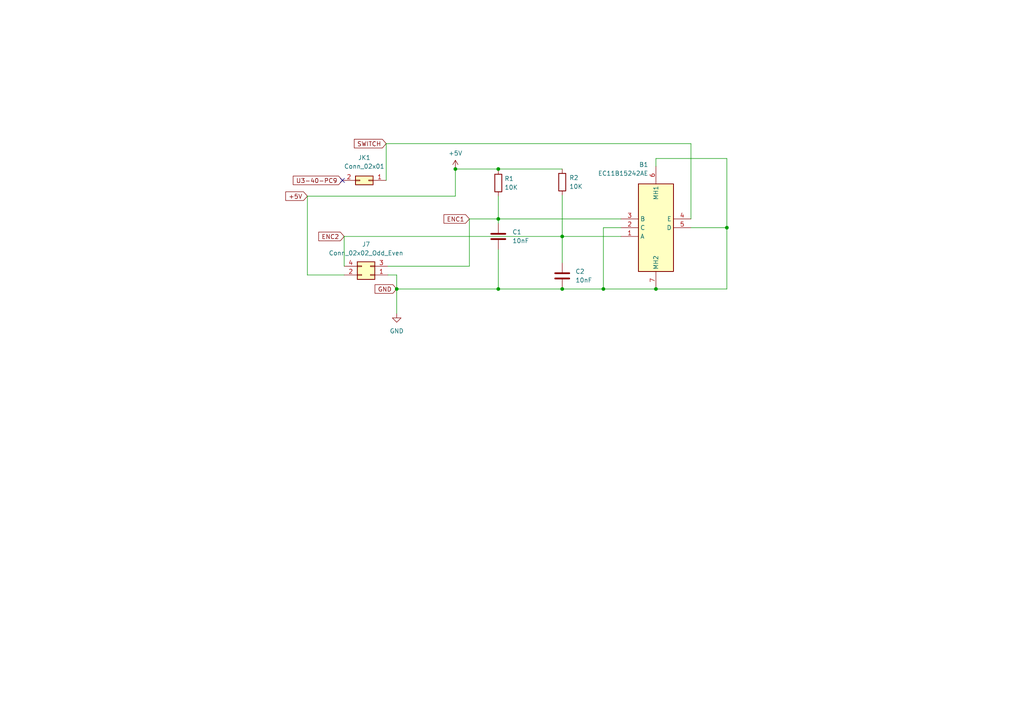
<source format=kicad_sch>
(kicad_sch
	(version 20231120)
	(generator "eeschema")
	(generator_version "8.0")
	(uuid "ca237b0b-d91c-456d-90dd-f0a98ab0a4e2")
	(paper "A4")
	(title_block
		(title "Gotek AT32F435 Rotary Encoder PCB")
		(date "2025-02-19")
		(rev "1.0")
		(company "LiveBoxAndy")
		(comment 1 "Created from pictures and meter readings")
		(comment 2 "Added labels to connector pins and pinout to PCB")
	)
	(lib_symbols
		(symbol "Connector_Generic:Conn_02x01"
			(pin_names
				(offset 1.016) hide)
			(exclude_from_sim no)
			(in_bom yes)
			(on_board yes)
			(property "Reference" "J"
				(at 1.27 2.54 0)
				(effects
					(font
						(size 1.27 1.27)
					)
				)
			)
			(property "Value" "Conn_02x01"
				(at 1.27 -2.54 0)
				(effects
					(font
						(size 1.27 1.27)
					)
				)
			)
			(property "Footprint" ""
				(at 0 0 0)
				(effects
					(font
						(size 1.27 1.27)
					)
					(hide yes)
				)
			)
			(property "Datasheet" "~"
				(at 0 0 0)
				(effects
					(font
						(size 1.27 1.27)
					)
					(hide yes)
				)
			)
			(property "Description" "Generic connector, double row, 02x01, this symbol is compatible with counter-clockwise, top-bottom and odd-even numbering schemes., script generated (kicad-library-utils/schlib/autogen/connector/)"
				(at 0 0 0)
				(effects
					(font
						(size 1.27 1.27)
					)
					(hide yes)
				)
			)
			(property "ki_keywords" "connector"
				(at 0 0 0)
				(effects
					(font
						(size 1.27 1.27)
					)
					(hide yes)
				)
			)
			(property "ki_fp_filters" "Connector*:*_2x??_*"
				(at 0 0 0)
				(effects
					(font
						(size 1.27 1.27)
					)
					(hide yes)
				)
			)
			(symbol "Conn_02x01_1_1"
				(rectangle
					(start -1.27 0.127)
					(end 0 -0.127)
					(stroke
						(width 0.1524)
						(type default)
					)
					(fill
						(type none)
					)
				)
				(rectangle
					(start -1.27 1.27)
					(end 3.81 -1.27)
					(stroke
						(width 0.254)
						(type default)
					)
					(fill
						(type background)
					)
				)
				(rectangle
					(start 3.81 0.127)
					(end 2.54 -0.127)
					(stroke
						(width 0.1524)
						(type default)
					)
					(fill
						(type none)
					)
				)
				(pin passive line
					(at -5.08 0 0)
					(length 3.81)
					(name "Pin_1"
						(effects
							(font
								(size 1.27 1.27)
							)
						)
					)
					(number "1"
						(effects
							(font
								(size 1.27 1.27)
							)
						)
					)
				)
				(pin passive line
					(at 7.62 0 180)
					(length 3.81)
					(name "Pin_2"
						(effects
							(font
								(size 1.27 1.27)
							)
						)
					)
					(number "2"
						(effects
							(font
								(size 1.27 1.27)
							)
						)
					)
				)
			)
		)
		(symbol "Connector_Generic:Conn_02x02_Odd_Even"
			(pin_names
				(offset 1.016) hide)
			(exclude_from_sim no)
			(in_bom yes)
			(on_board yes)
			(property "Reference" "J"
				(at 1.27 2.54 0)
				(effects
					(font
						(size 1.27 1.27)
					)
				)
			)
			(property "Value" "Conn_02x02_Odd_Even"
				(at 1.27 -5.08 0)
				(effects
					(font
						(size 1.27 1.27)
					)
				)
			)
			(property "Footprint" ""
				(at 0 0 0)
				(effects
					(font
						(size 1.27 1.27)
					)
					(hide yes)
				)
			)
			(property "Datasheet" "~"
				(at 0 0 0)
				(effects
					(font
						(size 1.27 1.27)
					)
					(hide yes)
				)
			)
			(property "Description" "Generic connector, double row, 02x02, odd/even pin numbering scheme (row 1 odd numbers, row 2 even numbers), script generated (kicad-library-utils/schlib/autogen/connector/)"
				(at 0 0 0)
				(effects
					(font
						(size 1.27 1.27)
					)
					(hide yes)
				)
			)
			(property "ki_keywords" "connector"
				(at 0 0 0)
				(effects
					(font
						(size 1.27 1.27)
					)
					(hide yes)
				)
			)
			(property "ki_fp_filters" "Connector*:*_2x??_*"
				(at 0 0 0)
				(effects
					(font
						(size 1.27 1.27)
					)
					(hide yes)
				)
			)
			(symbol "Conn_02x02_Odd_Even_1_1"
				(rectangle
					(start -1.27 -2.413)
					(end 0 -2.667)
					(stroke
						(width 0.1524)
						(type default)
					)
					(fill
						(type none)
					)
				)
				(rectangle
					(start -1.27 0.127)
					(end 0 -0.127)
					(stroke
						(width 0.1524)
						(type default)
					)
					(fill
						(type none)
					)
				)
				(rectangle
					(start -1.27 1.27)
					(end 3.81 -3.81)
					(stroke
						(width 0.254)
						(type default)
					)
					(fill
						(type background)
					)
				)
				(rectangle
					(start 3.81 -2.413)
					(end 2.54 -2.667)
					(stroke
						(width 0.1524)
						(type default)
					)
					(fill
						(type none)
					)
				)
				(rectangle
					(start 3.81 0.127)
					(end 2.54 -0.127)
					(stroke
						(width 0.1524)
						(type default)
					)
					(fill
						(type none)
					)
				)
				(pin passive line
					(at -5.08 0 0)
					(length 3.81)
					(name "Pin_1"
						(effects
							(font
								(size 1.27 1.27)
							)
						)
					)
					(number "1"
						(effects
							(font
								(size 1.27 1.27)
							)
						)
					)
				)
				(pin passive line
					(at 7.62 0 180)
					(length 3.81)
					(name "Pin_2"
						(effects
							(font
								(size 1.27 1.27)
							)
						)
					)
					(number "2"
						(effects
							(font
								(size 1.27 1.27)
							)
						)
					)
				)
				(pin passive line
					(at -5.08 -2.54 0)
					(length 3.81)
					(name "Pin_3"
						(effects
							(font
								(size 1.27 1.27)
							)
						)
					)
					(number "3"
						(effects
							(font
								(size 1.27 1.27)
							)
						)
					)
				)
				(pin passive line
					(at 7.62 -2.54 180)
					(length 3.81)
					(name "Pin_4"
						(effects
							(font
								(size 1.27 1.27)
							)
						)
					)
					(number "4"
						(effects
							(font
								(size 1.27 1.27)
							)
						)
					)
				)
			)
		)
		(symbol "Device:C"
			(pin_numbers hide)
			(pin_names
				(offset 0.254)
			)
			(exclude_from_sim no)
			(in_bom yes)
			(on_board yes)
			(property "Reference" "C"
				(at 0.635 2.54 0)
				(effects
					(font
						(size 1.27 1.27)
					)
					(justify left)
				)
			)
			(property "Value" "C"
				(at 0.635 -2.54 0)
				(effects
					(font
						(size 1.27 1.27)
					)
					(justify left)
				)
			)
			(property "Footprint" ""
				(at 0.9652 -3.81 0)
				(effects
					(font
						(size 1.27 1.27)
					)
					(hide yes)
				)
			)
			(property "Datasheet" "~"
				(at 0 0 0)
				(effects
					(font
						(size 1.27 1.27)
					)
					(hide yes)
				)
			)
			(property "Description" "Unpolarized capacitor"
				(at 0 0 0)
				(effects
					(font
						(size 1.27 1.27)
					)
					(hide yes)
				)
			)
			(property "ki_keywords" "cap capacitor"
				(at 0 0 0)
				(effects
					(font
						(size 1.27 1.27)
					)
					(hide yes)
				)
			)
			(property "ki_fp_filters" "C_*"
				(at 0 0 0)
				(effects
					(font
						(size 1.27 1.27)
					)
					(hide yes)
				)
			)
			(symbol "C_0_1"
				(polyline
					(pts
						(xy -2.032 -0.762) (xy 2.032 -0.762)
					)
					(stroke
						(width 0.508)
						(type default)
					)
					(fill
						(type none)
					)
				)
				(polyline
					(pts
						(xy -2.032 0.762) (xy 2.032 0.762)
					)
					(stroke
						(width 0.508)
						(type default)
					)
					(fill
						(type none)
					)
				)
			)
			(symbol "C_1_1"
				(pin passive line
					(at 0 3.81 270)
					(length 2.794)
					(name "~"
						(effects
							(font
								(size 1.27 1.27)
							)
						)
					)
					(number "1"
						(effects
							(font
								(size 1.27 1.27)
							)
						)
					)
				)
				(pin passive line
					(at 0 -3.81 90)
					(length 2.794)
					(name "~"
						(effects
							(font
								(size 1.27 1.27)
							)
						)
					)
					(number "2"
						(effects
							(font
								(size 1.27 1.27)
							)
						)
					)
				)
			)
		)
		(symbol "Device:R"
			(pin_numbers hide)
			(pin_names
				(offset 0)
			)
			(exclude_from_sim no)
			(in_bom yes)
			(on_board yes)
			(property "Reference" "R"
				(at 2.032 0 90)
				(effects
					(font
						(size 1.27 1.27)
					)
				)
			)
			(property "Value" "R"
				(at 0 0 90)
				(effects
					(font
						(size 1.27 1.27)
					)
				)
			)
			(property "Footprint" ""
				(at -1.778 0 90)
				(effects
					(font
						(size 1.27 1.27)
					)
					(hide yes)
				)
			)
			(property "Datasheet" "~"
				(at 0 0 0)
				(effects
					(font
						(size 1.27 1.27)
					)
					(hide yes)
				)
			)
			(property "Description" "Resistor"
				(at 0 0 0)
				(effects
					(font
						(size 1.27 1.27)
					)
					(hide yes)
				)
			)
			(property "ki_keywords" "R res resistor"
				(at 0 0 0)
				(effects
					(font
						(size 1.27 1.27)
					)
					(hide yes)
				)
			)
			(property "ki_fp_filters" "R_*"
				(at 0 0 0)
				(effects
					(font
						(size 1.27 1.27)
					)
					(hide yes)
				)
			)
			(symbol "R_0_1"
				(rectangle
					(start -1.016 -2.54)
					(end 1.016 2.54)
					(stroke
						(width 0.254)
						(type default)
					)
					(fill
						(type none)
					)
				)
			)
			(symbol "R_1_1"
				(pin passive line
					(at 0 3.81 270)
					(length 1.27)
					(name "~"
						(effects
							(font
								(size 1.27 1.27)
							)
						)
					)
					(number "1"
						(effects
							(font
								(size 1.27 1.27)
							)
						)
					)
				)
				(pin passive line
					(at 0 -3.81 90)
					(length 1.27)
					(name "~"
						(effects
							(font
								(size 1.27 1.27)
							)
						)
					)
					(number "2"
						(effects
							(font
								(size 1.27 1.27)
							)
						)
					)
				)
			)
		)
		(symbol "EC11B15242AE:EC11B15242AE"
			(exclude_from_sim no)
			(in_bom yes)
			(on_board yes)
			(property "Reference" "S"
				(at 16.51 15.24 0)
				(effects
					(font
						(size 1.27 1.27)
					)
					(justify left top)
				)
			)
			(property "Value" "EC11B15242AE"
				(at 16.51 12.7 0)
				(effects
					(font
						(size 1.27 1.27)
					)
					(justify left top)
				)
			)
			(property "Footprint" "EC11B15242AE"
				(at 16.51 -87.3 0)
				(effects
					(font
						(size 1.27 1.27)
					)
					(justify left top)
					(hide yes)
				)
			)
			(property "Datasheet" "https://www.farnell.com/datasheets/1837001.pdf?_gl=1*s3rpj4*_gcl_au*MTYzNzgwMTEwMS4xNzMwMTE1NDYx"
				(at 16.51 -187.3 0)
				(effects
					(font
						(size 1.27 1.27)
					)
					(justify left top)
					(hide yes)
				)
			)
			(property "Description" "20mm Horizontal encoder 15 Pulses 30 DET"
				(at 0 0 0)
				(effects
					(font
						(size 1.27 1.27)
					)
					(hide yes)
				)
			)
			(property "Height" "13"
				(at 16.51 -387.3 0)
				(effects
					(font
						(size 1.27 1.27)
					)
					(justify left top)
					(hide yes)
				)
			)
			(property "Manufacturer_Name" "ALPS Electric"
				(at 16.51 -487.3 0)
				(effects
					(font
						(size 1.27 1.27)
					)
					(justify left top)
					(hide yes)
				)
			)
			(property "Manufacturer_Part_Number" "EC11B15242AE"
				(at 16.51 -587.3 0)
				(effects
					(font
						(size 1.27 1.27)
					)
					(justify left top)
					(hide yes)
				)
			)
			(property "Mouser Part Number" "688-EC11B15242AE"
				(at 16.51 -687.3 0)
				(effects
					(font
						(size 1.27 1.27)
					)
					(justify left top)
					(hide yes)
				)
			)
			(property "Mouser Price/Stock" "http://www.mouser.com/Search/ProductDetail.aspx?qs=PoKhxlfUXjIm2pRMScFQOQ%3d%3d"
				(at 16.51 -787.3 0)
				(effects
					(font
						(size 1.27 1.27)
					)
					(justify left top)
					(hide yes)
				)
			)
			(property "Arrow Part Number" ""
				(at 16.51 -887.3 0)
				(effects
					(font
						(size 1.27 1.27)
					)
					(justify left top)
					(hide yes)
				)
			)
			(property "Arrow Price/Stock" ""
				(at 16.51 -987.3 0)
				(effects
					(font
						(size 1.27 1.27)
					)
					(justify left top)
					(hide yes)
				)
			)
			(symbol "EC11B15242AE_1_1"
				(rectangle
					(start 5.08 10.16)
					(end 15.24 -15.24)
					(stroke
						(width 0.254)
						(type default)
					)
					(fill
						(type background)
					)
				)
				(pin passive line
					(at 20.32 -5.08 180)
					(length 5.08)
					(name "A"
						(effects
							(font
								(size 1.27 1.27)
							)
						)
					)
					(number "1"
						(effects
							(font
								(size 1.27 1.27)
							)
						)
					)
				)
				(pin passive line
					(at 20.32 -2.54 180)
					(length 5.08)
					(name "C"
						(effects
							(font
								(size 1.27 1.27)
							)
						)
					)
					(number "2"
						(effects
							(font
								(size 1.27 1.27)
							)
						)
					)
				)
				(pin passive line
					(at 20.32 0 180)
					(length 5.08)
					(name "B"
						(effects
							(font
								(size 1.27 1.27)
							)
						)
					)
					(number "3"
						(effects
							(font
								(size 1.27 1.27)
							)
						)
					)
				)
				(pin passive line
					(at 0 0 0)
					(length 5.08)
					(name "E"
						(effects
							(font
								(size 1.27 1.27)
							)
						)
					)
					(number "4"
						(effects
							(font
								(size 1.27 1.27)
							)
						)
					)
				)
				(pin passive line
					(at 0 -2.54 0)
					(length 5.08)
					(name "D"
						(effects
							(font
								(size 1.27 1.27)
							)
						)
					)
					(number "5"
						(effects
							(font
								(size 1.27 1.27)
							)
						)
					)
				)
				(pin passive line
					(at 10.16 15.24 270)
					(length 5.08)
					(name "MH1"
						(effects
							(font
								(size 1.27 1.27)
							)
						)
					)
					(number "6"
						(effects
							(font
								(size 1.27 1.27)
							)
						)
					)
				)
				(pin passive line
					(at 10.16 -20.32 90)
					(length 5.08)
					(name "MH2"
						(effects
							(font
								(size 1.27 1.27)
							)
						)
					)
					(number "7"
						(effects
							(font
								(size 1.27 1.27)
							)
						)
					)
				)
			)
		)
		(symbol "power:+5V"
			(power)
			(pin_numbers hide)
			(pin_names
				(offset 0) hide)
			(exclude_from_sim no)
			(in_bom yes)
			(on_board yes)
			(property "Reference" "#PWR"
				(at 0 -3.81 0)
				(effects
					(font
						(size 1.27 1.27)
					)
					(hide yes)
				)
			)
			(property "Value" "+5V"
				(at 0 3.556 0)
				(effects
					(font
						(size 1.27 1.27)
					)
				)
			)
			(property "Footprint" ""
				(at 0 0 0)
				(effects
					(font
						(size 1.27 1.27)
					)
					(hide yes)
				)
			)
			(property "Datasheet" ""
				(at 0 0 0)
				(effects
					(font
						(size 1.27 1.27)
					)
					(hide yes)
				)
			)
			(property "Description" "Power symbol creates a global label with name \"+5V\""
				(at 0 0 0)
				(effects
					(font
						(size 1.27 1.27)
					)
					(hide yes)
				)
			)
			(property "ki_keywords" "global power"
				(at 0 0 0)
				(effects
					(font
						(size 1.27 1.27)
					)
					(hide yes)
				)
			)
			(symbol "+5V_0_1"
				(polyline
					(pts
						(xy -0.762 1.27) (xy 0 2.54)
					)
					(stroke
						(width 0)
						(type default)
					)
					(fill
						(type none)
					)
				)
				(polyline
					(pts
						(xy 0 0) (xy 0 2.54)
					)
					(stroke
						(width 0)
						(type default)
					)
					(fill
						(type none)
					)
				)
				(polyline
					(pts
						(xy 0 2.54) (xy 0.762 1.27)
					)
					(stroke
						(width 0)
						(type default)
					)
					(fill
						(type none)
					)
				)
			)
			(symbol "+5V_1_1"
				(pin power_in line
					(at 0 0 90)
					(length 0)
					(name "~"
						(effects
							(font
								(size 1.27 1.27)
							)
						)
					)
					(number "1"
						(effects
							(font
								(size 1.27 1.27)
							)
						)
					)
				)
			)
		)
		(symbol "power:GND"
			(power)
			(pin_numbers hide)
			(pin_names
				(offset 0) hide)
			(exclude_from_sim no)
			(in_bom yes)
			(on_board yes)
			(property "Reference" "#PWR"
				(at 0 -6.35 0)
				(effects
					(font
						(size 1.27 1.27)
					)
					(hide yes)
				)
			)
			(property "Value" "GND"
				(at 0 -3.81 0)
				(effects
					(font
						(size 1.27 1.27)
					)
				)
			)
			(property "Footprint" ""
				(at 0 0 0)
				(effects
					(font
						(size 1.27 1.27)
					)
					(hide yes)
				)
			)
			(property "Datasheet" ""
				(at 0 0 0)
				(effects
					(font
						(size 1.27 1.27)
					)
					(hide yes)
				)
			)
			(property "Description" "Power symbol creates a global label with name \"GND\" , ground"
				(at 0 0 0)
				(effects
					(font
						(size 1.27 1.27)
					)
					(hide yes)
				)
			)
			(property "ki_keywords" "global power"
				(at 0 0 0)
				(effects
					(font
						(size 1.27 1.27)
					)
					(hide yes)
				)
			)
			(symbol "GND_0_1"
				(polyline
					(pts
						(xy 0 0) (xy 0 -1.27) (xy 1.27 -1.27) (xy 0 -2.54) (xy -1.27 -1.27) (xy 0 -1.27)
					)
					(stroke
						(width 0)
						(type default)
					)
					(fill
						(type none)
					)
				)
			)
			(symbol "GND_1_1"
				(pin power_in line
					(at 0 0 270)
					(length 0)
					(name "~"
						(effects
							(font
								(size 1.27 1.27)
							)
						)
					)
					(number "1"
						(effects
							(font
								(size 1.27 1.27)
							)
						)
					)
				)
			)
		)
	)
	(junction
		(at 144.526 83.82)
		(diameter 0)
		(color 0 0 0 0)
		(uuid "135fcc27-9281-4267-b35e-fe88c9d7b3e7")
	)
	(junction
		(at 210.82 66.04)
		(diameter 0)
		(color 0 0 0 0)
		(uuid "1786ed10-8e15-40ab-849f-89da0d48c773")
	)
	(junction
		(at 132.08 49.022)
		(diameter 0)
		(color 0 0 0 0)
		(uuid "1c4700cc-979e-4611-8de7-69c14d6635e1")
	)
	(junction
		(at 115.062 83.82)
		(diameter 0)
		(color 0 0 0 0)
		(uuid "3663abba-8755-463a-859e-1a9f5627fdb1")
	)
	(junction
		(at 163.068 68.58)
		(diameter 0)
		(color 0 0 0 0)
		(uuid "6cd8df54-f190-4dd8-9fb8-9f1e65c0162d")
	)
	(junction
		(at 144.526 49.022)
		(diameter 0)
		(color 0 0 0 0)
		(uuid "9baf1701-d75f-408c-8df7-68ea0694d637")
	)
	(junction
		(at 190.246 83.82)
		(diameter 0)
		(color 0 0 0 0)
		(uuid "bc316adc-cab5-45eb-9359-7820360219cf")
	)
	(junction
		(at 144.526 63.5)
		(diameter 0)
		(color 0 0 0 0)
		(uuid "bfd6e1fa-67ff-42ee-b150-10eb3194ffe2")
	)
	(junction
		(at 163.068 83.82)
		(diameter 0)
		(color 0 0 0 0)
		(uuid "cf0b6688-3f79-40a4-b462-b77c38080577")
	)
	(junction
		(at 175.006 83.82)
		(diameter 0)
		(color 0 0 0 0)
		(uuid "daa4578f-5f27-437b-a91f-483735498312")
	)
	(no_connect
		(at 99.314 52.324)
		(uuid "42fba4d6-8f51-4fb3-9fdc-c7ceedabff79")
	)
	(wire
		(pts
			(xy 99.822 68.58) (xy 163.068 68.58)
		)
		(stroke
			(width 0)
			(type default)
		)
		(uuid "075c697d-e7d7-4c2e-af63-8f99355261dd")
	)
	(wire
		(pts
			(xy 163.068 56.642) (xy 163.068 68.58)
		)
		(stroke
			(width 0)
			(type default)
		)
		(uuid "182a1d98-cbf9-4d86-92bd-e024c9c922cd")
	)
	(wire
		(pts
			(xy 180.086 66.04) (xy 175.006 66.04)
		)
		(stroke
			(width 0)
			(type default)
		)
		(uuid "1d3c0bc2-05c4-4c3d-a3b3-76d88822517a")
	)
	(wire
		(pts
			(xy 115.062 83.82) (xy 144.526 83.82)
		)
		(stroke
			(width 0)
			(type default)
		)
		(uuid "23b95098-cbcb-4a95-98c9-0b4a7c14c64f")
	)
	(wire
		(pts
			(xy 144.526 83.82) (xy 163.068 83.82)
		)
		(stroke
			(width 0)
			(type default)
		)
		(uuid "2a9d4f83-7bb6-4280-be36-8dc344be027f")
	)
	(wire
		(pts
			(xy 99.822 77.216) (xy 99.822 68.58)
		)
		(stroke
			(width 0)
			(type default)
		)
		(uuid "2df2db45-a308-4075-846f-1778d085eba3")
	)
	(wire
		(pts
			(xy 132.08 49.022) (xy 144.526 49.022)
		)
		(stroke
			(width 0)
			(type default)
		)
		(uuid "3609be4d-c9b3-4c2f-aff8-00a399bf034c")
	)
	(wire
		(pts
			(xy 200.406 41.656) (xy 112.014 41.656)
		)
		(stroke
			(width 0)
			(type default)
		)
		(uuid "3a8d7ab0-4c9d-4bb0-b407-6823df0ce857")
	)
	(wire
		(pts
			(xy 163.068 68.58) (xy 163.068 76.2)
		)
		(stroke
			(width 0)
			(type default)
		)
		(uuid "43086e63-5550-4559-a754-58928c29aa7a")
	)
	(wire
		(pts
			(xy 190.246 83.82) (xy 210.82 83.82)
		)
		(stroke
			(width 0)
			(type default)
		)
		(uuid "43c75f6f-3b01-4b27-95c4-0b19bb55dfcc")
	)
	(wire
		(pts
			(xy 136.144 77.216) (xy 136.144 63.5)
		)
		(stroke
			(width 0)
			(type default)
		)
		(uuid "49e619e0-a4ac-49b1-a10e-a6cb3a251c59")
	)
	(wire
		(pts
			(xy 175.006 83.82) (xy 190.246 83.82)
		)
		(stroke
			(width 0)
			(type default)
		)
		(uuid "507bc5df-8b24-452d-88a6-c54b0f42936d")
	)
	(wire
		(pts
			(xy 89.154 56.896) (xy 132.08 56.896)
		)
		(stroke
			(width 0)
			(type default)
		)
		(uuid "54566b6a-2862-4c4c-a0e9-97bf9bb30885")
	)
	(wire
		(pts
			(xy 89.154 79.756) (xy 89.154 56.896)
		)
		(stroke
			(width 0)
			(type default)
		)
		(uuid "5be5a63d-8358-496f-90d5-f6c6a51d9648")
	)
	(wire
		(pts
			(xy 112.522 77.216) (xy 136.144 77.216)
		)
		(stroke
			(width 0)
			(type default)
		)
		(uuid "5f9af248-6677-4ca4-b06c-6ec6be053cf4")
	)
	(wire
		(pts
			(xy 200.406 66.04) (xy 210.82 66.04)
		)
		(stroke
			(width 0)
			(type default)
		)
		(uuid "68781855-68d8-474b-95be-c0f61a2193a7")
	)
	(wire
		(pts
			(xy 200.406 63.5) (xy 200.406 41.656)
		)
		(stroke
			(width 0)
			(type default)
		)
		(uuid "699d3794-2551-4755-b5ba-0125add34e6d")
	)
	(wire
		(pts
			(xy 190.246 45.974) (xy 210.82 45.974)
		)
		(stroke
			(width 0)
			(type default)
		)
		(uuid "73b18193-4daa-4275-9b9a-859c07973ef7")
	)
	(wire
		(pts
			(xy 99.822 79.756) (xy 89.154 79.756)
		)
		(stroke
			(width 0)
			(type default)
		)
		(uuid "75fdc8c3-edd8-483f-b063-79f6b0aa3f89")
	)
	(wire
		(pts
			(xy 112.014 41.656) (xy 112.014 52.324)
		)
		(stroke
			(width 0)
			(type default)
		)
		(uuid "7d6f2742-d615-4c30-95da-f412f686b40f")
	)
	(wire
		(pts
			(xy 175.006 66.04) (xy 175.006 83.82)
		)
		(stroke
			(width 0)
			(type default)
		)
		(uuid "881f9e8a-ca41-4396-a0e6-0568d997082e")
	)
	(wire
		(pts
			(xy 163.068 83.82) (xy 175.006 83.82)
		)
		(stroke
			(width 0)
			(type default)
		)
		(uuid "8c458241-f6e7-4812-90f8-bc5f80e48328")
	)
	(wire
		(pts
			(xy 180.086 68.58) (xy 163.068 68.58)
		)
		(stroke
			(width 0)
			(type default)
		)
		(uuid "976b8262-5496-4a48-9019-6cb31cf07d31")
	)
	(wire
		(pts
			(xy 144.526 49.022) (xy 144.526 49.276)
		)
		(stroke
			(width 0)
			(type default)
		)
		(uuid "992d3bc2-eb2e-40bd-b9a4-4550651b567d")
	)
	(wire
		(pts
			(xy 210.82 66.04) (xy 210.82 83.82)
		)
		(stroke
			(width 0)
			(type default)
		)
		(uuid "ba0b1e57-5487-4019-8711-f07810a6083a")
	)
	(wire
		(pts
			(xy 144.526 63.5) (xy 180.086 63.5)
		)
		(stroke
			(width 0)
			(type default)
		)
		(uuid "c29a9dce-366b-41c6-a552-abb6761853b7")
	)
	(wire
		(pts
			(xy 163.068 49.022) (xy 144.526 49.022)
		)
		(stroke
			(width 0)
			(type default)
		)
		(uuid "ca3fb1de-f1ba-4915-ac68-6de9d9ca85c4")
	)
	(wire
		(pts
			(xy 144.526 63.5) (xy 144.526 64.77)
		)
		(stroke
			(width 0)
			(type default)
		)
		(uuid "cfe983ff-ea1b-4193-ac5d-b5a7ea268658")
	)
	(wire
		(pts
			(xy 136.144 63.5) (xy 144.526 63.5)
		)
		(stroke
			(width 0)
			(type default)
		)
		(uuid "d9fb4427-ff29-49c2-8547-e7953fe80e30")
	)
	(wire
		(pts
			(xy 112.522 79.756) (xy 115.062 79.756)
		)
		(stroke
			(width 0)
			(type default)
		)
		(uuid "e2f9457c-f157-4230-b2f1-b89513aa2041")
	)
	(wire
		(pts
			(xy 210.82 45.974) (xy 210.82 66.04)
		)
		(stroke
			(width 0)
			(type default)
		)
		(uuid "e3320ff9-1d6b-4532-aa22-676e7bc44ae5")
	)
	(wire
		(pts
			(xy 132.08 56.896) (xy 132.08 49.022)
		)
		(stroke
			(width 0)
			(type default)
		)
		(uuid "ea9d0ce2-db84-446d-a313-36f0d05aed6e")
	)
	(wire
		(pts
			(xy 190.246 48.26) (xy 190.246 45.974)
		)
		(stroke
			(width 0)
			(type default)
		)
		(uuid "eda277cf-254b-4117-984d-cda0b01ac359")
	)
	(wire
		(pts
			(xy 115.062 90.932) (xy 115.062 83.82)
		)
		(stroke
			(width 0)
			(type default)
		)
		(uuid "f1199ad0-7795-45c6-98d0-174a53abbdd6")
	)
	(wire
		(pts
			(xy 144.526 72.39) (xy 144.526 83.82)
		)
		(stroke
			(width 0)
			(type default)
		)
		(uuid "f936faa8-2e68-46a2-90ba-34b98924da8d")
	)
	(wire
		(pts
			(xy 144.526 56.896) (xy 144.526 63.5)
		)
		(stroke
			(width 0)
			(type default)
		)
		(uuid "fe4fdd2e-593a-43d0-bc15-4cd3ca8962a5")
	)
	(wire
		(pts
			(xy 115.062 79.756) (xy 115.062 83.82)
		)
		(stroke
			(width 0)
			(type default)
		)
		(uuid "fe8041f6-f099-45f9-aec6-2455614234a4")
	)
	(global_label "SWITCH"
		(shape input)
		(at 112.014 41.656 180)
		(fields_autoplaced yes)
		(effects
			(font
				(size 1.27 1.27)
			)
			(justify right)
		)
		(uuid "2c1cb8d8-401c-4f3e-8787-5210bfd56d35")
		(property "Intersheetrefs" "${INTERSHEET_REFS}"
			(at 102.195 41.656 0)
			(effects
				(font
					(size 1.27 1.27)
				)
				(justify right)
				(hide yes)
			)
		)
	)
	(global_label "U3-40-PC9"
		(shape input)
		(at 99.314 52.324 180)
		(fields_autoplaced yes)
		(effects
			(font
				(size 1.27 1.27)
			)
			(justify right)
		)
		(uuid "736046bb-3f66-4662-a32c-a0e7c1fb822b")
		(property "Intersheetrefs" "${INTERSHEET_REFS}"
			(at 84.4755 52.324 0)
			(effects
				(font
					(size 1.27 1.27)
				)
				(justify right)
				(hide yes)
			)
		)
	)
	(global_label "+5V"
		(shape input)
		(at 89.154 56.896 180)
		(fields_autoplaced yes)
		(effects
			(font
				(size 1.27 1.27)
			)
			(justify right)
		)
		(uuid "81906bde-3431-4d81-b1d9-1a8fc6382907")
		(property "Intersheetrefs" "${INTERSHEET_REFS}"
			(at 82.2983 56.896 0)
			(effects
				(font
					(size 1.27 1.27)
				)
				(justify right)
				(hide yes)
			)
		)
	)
	(global_label "ENC2"
		(shape input)
		(at 99.822 68.58 180)
		(fields_autoplaced yes)
		(effects
			(font
				(size 1.27 1.27)
			)
			(justify right)
		)
		(uuid "8b7de93f-c6c2-49a8-a4d8-2acad04e8b38")
		(property "Intersheetrefs" "${INTERSHEET_REFS}"
			(at 91.8778 68.58 0)
			(effects
				(font
					(size 1.27 1.27)
				)
				(justify right)
				(hide yes)
			)
		)
	)
	(global_label "ENC1"
		(shape input)
		(at 136.144 63.5 180)
		(fields_autoplaced yes)
		(effects
			(font
				(size 1.27 1.27)
			)
			(justify right)
		)
		(uuid "9e11be70-42a4-4285-9141-53ecb14300e3")
		(property "Intersheetrefs" "${INTERSHEET_REFS}"
			(at 128.1998 63.5 0)
			(effects
				(font
					(size 1.27 1.27)
				)
				(justify right)
				(hide yes)
			)
		)
	)
	(global_label "GND"
		(shape input)
		(at 115.062 83.82 180)
		(fields_autoplaced yes)
		(effects
			(font
				(size 1.27 1.27)
			)
			(justify right)
		)
		(uuid "d17329e5-0328-48a8-ab1b-3a037f53b178")
		(property "Intersheetrefs" "${INTERSHEET_REFS}"
			(at 108.2063 83.82 0)
			(effects
				(font
					(size 1.27 1.27)
				)
				(justify right)
				(hide yes)
			)
		)
	)
	(symbol
		(lib_id "Connector_Generic:Conn_02x01")
		(at 106.934 52.324 180)
		(unit 1)
		(exclude_from_sim no)
		(in_bom yes)
		(on_board yes)
		(dnp no)
		(fields_autoplaced yes)
		(uuid "176cf94d-b456-4dd8-93b9-9a345b00948b")
		(property "Reference" "JK1"
			(at 105.664 45.72 0)
			(effects
				(font
					(size 1.27 1.27)
				)
			)
		)
		(property "Value" "Conn_02x01"
			(at 105.664 48.26 0)
			(effects
				(font
					(size 1.27 1.27)
				)
			)
		)
		(property "Footprint" "Connector_PinHeader_2.54mm:PinHeader_2x01_P2.54mm_Horizontal"
			(at 106.934 52.324 0)
			(effects
				(font
					(size 1.27 1.27)
				)
				(hide yes)
			)
		)
		(property "Datasheet" "~"
			(at 106.934 52.324 0)
			(effects
				(font
					(size 1.27 1.27)
				)
				(hide yes)
			)
		)
		(property "Description" "Generic connector, double row, 02x01, this symbol is compatible with counter-clockwise, top-bottom and odd-even numbering schemes., script generated (kicad-library-utils/schlib/autogen/connector/)"
			(at 106.934 52.324 0)
			(effects
				(font
					(size 1.27 1.27)
				)
				(hide yes)
			)
		)
		(pin "2"
			(uuid "1744743e-6877-465a-b114-3078e67383c1")
		)
		(pin "1"
			(uuid "1351ff60-f4de-4e5b-a749-8d1f4db097d5")
		)
		(instances
			(project ""
				(path "/ca237b0b-d91c-456d-90dd-f0a98ab0a4e2"
					(reference "JK1")
					(unit 1)
				)
			)
		)
	)
	(symbol
		(lib_id "power:+5V")
		(at 132.08 49.022 0)
		(unit 1)
		(exclude_from_sim no)
		(in_bom yes)
		(on_board yes)
		(dnp no)
		(fields_autoplaced yes)
		(uuid "19c00223-464c-4fc3-b917-556b1743bef9")
		(property "Reference" "#PWR02"
			(at 132.08 52.832 0)
			(effects
				(font
					(size 1.27 1.27)
				)
				(hide yes)
			)
		)
		(property "Value" "+5V"
			(at 132.08 44.45 0)
			(effects
				(font
					(size 1.27 1.27)
				)
			)
		)
		(property "Footprint" ""
			(at 132.08 49.022 0)
			(effects
				(font
					(size 1.27 1.27)
				)
				(hide yes)
			)
		)
		(property "Datasheet" ""
			(at 132.08 49.022 0)
			(effects
				(font
					(size 1.27 1.27)
				)
				(hide yes)
			)
		)
		(property "Description" "Power symbol creates a global label with name \"+5V\""
			(at 132.08 49.022 0)
			(effects
				(font
					(size 1.27 1.27)
				)
				(hide yes)
			)
		)
		(pin "1"
			(uuid "3bd6c04f-259a-497a-9846-9e31823aac3d")
		)
		(instances
			(project ""
				(path "/ca237b0b-d91c-456d-90dd-f0a98ab0a4e2"
					(reference "#PWR02")
					(unit 1)
				)
			)
		)
	)
	(symbol
		(lib_id "Device:R")
		(at 163.068 52.832 0)
		(unit 1)
		(exclude_from_sim no)
		(in_bom yes)
		(on_board yes)
		(dnp no)
		(fields_autoplaced yes)
		(uuid "3f538a58-8fee-4601-b1a0-1022f7aa7874")
		(property "Reference" "R2"
			(at 165.1 51.5619 0)
			(effects
				(font
					(size 1.27 1.27)
				)
				(justify left)
			)
		)
		(property "Value" "10K"
			(at 165.1 54.1019 0)
			(effects
				(font
					(size 1.27 1.27)
				)
				(justify left)
			)
		)
		(property "Footprint" "Resistor_SMD:R_0805_2012Metric_Pad1.20x1.40mm_HandSolder"
			(at 161.29 52.832 90)
			(effects
				(font
					(size 1.27 1.27)
				)
				(hide yes)
			)
		)
		(property "Datasheet" "~"
			(at 163.068 52.832 0)
			(effects
				(font
					(size 1.27 1.27)
				)
				(hide yes)
			)
		)
		(property "Description" "Resistor"
			(at 163.068 52.832 0)
			(effects
				(font
					(size 1.27 1.27)
				)
				(hide yes)
			)
		)
		(pin "1"
			(uuid "7e2776c1-032a-453d-8786-cefa47fbe959")
		)
		(pin "2"
			(uuid "e8d93145-46ca-4750-bee4-491bb7a0de9a")
		)
		(instances
			(project ""
				(path "/ca237b0b-d91c-456d-90dd-f0a98ab0a4e2"
					(reference "R2")
					(unit 1)
				)
			)
		)
	)
	(symbol
		(lib_id "power:GND")
		(at 115.062 90.932 0)
		(unit 1)
		(exclude_from_sim no)
		(in_bom yes)
		(on_board yes)
		(dnp no)
		(fields_autoplaced yes)
		(uuid "6c53e84a-bc2e-4e2e-8785-19ba68dc585a")
		(property "Reference" "#PWR01"
			(at 115.062 97.282 0)
			(effects
				(font
					(size 1.27 1.27)
				)
				(hide yes)
			)
		)
		(property "Value" "GND"
			(at 115.062 96.012 0)
			(effects
				(font
					(size 1.27 1.27)
				)
			)
		)
		(property "Footprint" ""
			(at 115.062 90.932 0)
			(effects
				(font
					(size 1.27 1.27)
				)
				(hide yes)
			)
		)
		(property "Datasheet" ""
			(at 115.062 90.932 0)
			(effects
				(font
					(size 1.27 1.27)
				)
				(hide yes)
			)
		)
		(property "Description" "Power symbol creates a global label with name \"GND\" , ground"
			(at 115.062 90.932 0)
			(effects
				(font
					(size 1.27 1.27)
				)
				(hide yes)
			)
		)
		(pin "1"
			(uuid "afcb3b54-e965-43e8-b699-dc15aaaa9265")
		)
		(instances
			(project ""
				(path "/ca237b0b-d91c-456d-90dd-f0a98ab0a4e2"
					(reference "#PWR01")
					(unit 1)
				)
			)
		)
	)
	(symbol
		(lib_id "Device:C")
		(at 144.526 68.58 0)
		(unit 1)
		(exclude_from_sim no)
		(in_bom yes)
		(on_board yes)
		(dnp no)
		(fields_autoplaced yes)
		(uuid "7dc8ecdd-f0e1-4a3c-9ce4-1c321525698a")
		(property "Reference" "C1"
			(at 148.59 67.3099 0)
			(effects
				(font
					(size 1.27 1.27)
				)
				(justify left)
			)
		)
		(property "Value" "10nF"
			(at 148.59 69.8499 0)
			(effects
				(font
					(size 1.27 1.27)
				)
				(justify left)
			)
		)
		(property "Footprint" "Capacitor_SMD:C_0805_2012Metric_Pad1.18x1.45mm_HandSolder"
			(at 145.4912 72.39 0)
			(effects
				(font
					(size 1.27 1.27)
				)
				(hide yes)
			)
		)
		(property "Datasheet" "~"
			(at 144.526 68.58 0)
			(effects
				(font
					(size 1.27 1.27)
				)
				(hide yes)
			)
		)
		(property "Description" "Unpolarized capacitor"
			(at 144.526 68.58 0)
			(effects
				(font
					(size 1.27 1.27)
				)
				(hide yes)
			)
		)
		(pin "1"
			(uuid "67c7a9fd-c010-4f9c-b6ef-493392caf7c5")
		)
		(pin "2"
			(uuid "66ef7f6a-0227-421e-9762-9e5327bd3163")
		)
		(instances
			(project ""
				(path "/ca237b0b-d91c-456d-90dd-f0a98ab0a4e2"
					(reference "C1")
					(unit 1)
				)
			)
		)
	)
	(symbol
		(lib_id "Device:C")
		(at 163.068 80.01 0)
		(unit 1)
		(exclude_from_sim no)
		(in_bom yes)
		(on_board yes)
		(dnp no)
		(fields_autoplaced yes)
		(uuid "985c1e94-34e0-4686-bbc7-94b3a620379f")
		(property "Reference" "C2"
			(at 166.878 78.7399 0)
			(effects
				(font
					(size 1.27 1.27)
				)
				(justify left)
			)
		)
		(property "Value" "10nF"
			(at 166.878 81.2799 0)
			(effects
				(font
					(size 1.27 1.27)
				)
				(justify left)
			)
		)
		(property "Footprint" "Capacitor_SMD:C_0805_2012Metric_Pad1.18x1.45mm_HandSolder"
			(at 164.0332 83.82 0)
			(effects
				(font
					(size 1.27 1.27)
				)
				(hide yes)
			)
		)
		(property "Datasheet" "~"
			(at 163.068 80.01 0)
			(effects
				(font
					(size 1.27 1.27)
				)
				(hide yes)
			)
		)
		(property "Description" "Unpolarized capacitor"
			(at 163.068 80.01 0)
			(effects
				(font
					(size 1.27 1.27)
				)
				(hide yes)
			)
		)
		(pin "1"
			(uuid "0463e653-8462-49c2-a704-38f164367bfb")
		)
		(pin "2"
			(uuid "4f8085ca-41a8-4f30-ab29-986dddf4a924")
		)
		(instances
			(project ""
				(path "/ca237b0b-d91c-456d-90dd-f0a98ab0a4e2"
					(reference "C2")
					(unit 1)
				)
			)
		)
	)
	(symbol
		(lib_id "Device:R")
		(at 144.526 53.086 0)
		(unit 1)
		(exclude_from_sim no)
		(in_bom yes)
		(on_board yes)
		(dnp no)
		(fields_autoplaced yes)
		(uuid "ace2d90c-6a75-4bb7-9b30-c24e455f47d1")
		(property "Reference" "R1"
			(at 146.304 51.8159 0)
			(effects
				(font
					(size 1.27 1.27)
				)
				(justify left)
			)
		)
		(property "Value" "10K"
			(at 146.304 54.3559 0)
			(effects
				(font
					(size 1.27 1.27)
				)
				(justify left)
			)
		)
		(property "Footprint" "Resistor_SMD:R_0805_2012Metric_Pad1.20x1.40mm_HandSolder"
			(at 142.748 53.086 90)
			(effects
				(font
					(size 1.27 1.27)
				)
				(hide yes)
			)
		)
		(property "Datasheet" "~"
			(at 144.526 53.086 0)
			(effects
				(font
					(size 1.27 1.27)
				)
				(hide yes)
			)
		)
		(property "Description" "Resistor"
			(at 144.526 53.086 0)
			(effects
				(font
					(size 1.27 1.27)
				)
				(hide yes)
			)
		)
		(pin "1"
			(uuid "08f24c7e-01c0-4e61-a208-76610d6b4d41")
		)
		(pin "2"
			(uuid "c3427b48-c434-4be9-acb1-8ad2a5e17301")
		)
		(instances
			(project ""
				(path "/ca237b0b-d91c-456d-90dd-f0a98ab0a4e2"
					(reference "R1")
					(unit 1)
				)
			)
		)
	)
	(symbol
		(lib_id "EC11B15242AE:EC11B15242AE")
		(at 200.406 63.5 0)
		(mirror y)
		(unit 1)
		(exclude_from_sim no)
		(in_bom yes)
		(on_board yes)
		(dnp no)
		(uuid "f59f0231-0667-4773-8636-e2666e2ba210")
		(property "Reference" "B1"
			(at 188.0519 47.752 0)
			(effects
				(font
					(size 1.27 1.27)
				)
				(justify left)
			)
		)
		(property "Value" "EC11B15242AE"
			(at 188.0519 50.292 0)
			(effects
				(font
					(size 1.27 1.27)
				)
				(justify left)
			)
		)
		(property "Footprint" "Rotary:EC11B15242AE"
			(at 183.896 150.8 0)
			(effects
				(font
					(size 1.27 1.27)
				)
				(justify left top)
				(hide yes)
			)
		)
		(property "Datasheet" "https://www.farnell.com/datasheets/1837001.pdf?_gl=1*s3rpj4*_gcl_au*MTYzNzgwMTEwMS4xNzMwMTE1NDYx"
			(at 183.896 250.8 0)
			(effects
				(font
					(size 1.27 1.27)
				)
				(justify left top)
				(hide yes)
			)
		)
		(property "Description" "20mm Horizontal encoder 15 Pulses 30 DET"
			(at 200.406 63.5 0)
			(effects
				(font
					(size 1.27 1.27)
				)
				(hide yes)
			)
		)
		(property "Height" "13"
			(at 183.896 450.8 0)
			(effects
				(font
					(size 1.27 1.27)
				)
				(justify left top)
				(hide yes)
			)
		)
		(property "Manufacturer_Name" "ALPS Electric"
			(at 183.896 550.8 0)
			(effects
				(font
					(size 1.27 1.27)
				)
				(justify left top)
				(hide yes)
			)
		)
		(property "Manufacturer_Part_Number" "EC11B15242AE"
			(at 183.896 650.8 0)
			(effects
				(font
					(size 1.27 1.27)
				)
				(justify left top)
				(hide yes)
			)
		)
		(property "Mouser Part Number" "688-EC11B15242AE"
			(at 183.896 750.8 0)
			(effects
				(font
					(size 1.27 1.27)
				)
				(justify left top)
				(hide yes)
			)
		)
		(property "Mouser Price/Stock" "http://www.mouser.com/Search/ProductDetail.aspx?qs=PoKhxlfUXjIm2pRMScFQOQ%3d%3d"
			(at 183.896 850.8 0)
			(effects
				(font
					(size 1.27 1.27)
				)
				(justify left top)
				(hide yes)
			)
		)
		(property "Arrow Part Number" ""
			(at 183.896 950.8 0)
			(effects
				(font
					(size 1.27 1.27)
				)
				(justify left top)
				(hide yes)
			)
		)
		(property "Arrow Price/Stock" ""
			(at 183.896 1050.8 0)
			(effects
				(font
					(size 1.27 1.27)
				)
				(justify left top)
				(hide yes)
			)
		)
		(pin "5"
			(uuid "7107c0bc-397a-4efa-80e1-437eafbe220b")
		)
		(pin "3"
			(uuid "8aa01321-6c49-40d7-a1fa-0e81d5a70a2b")
		)
		(pin "1"
			(uuid "ecf75a40-dd52-4a21-b201-17f8f63786f4")
		)
		(pin "6"
			(uuid "75061d50-6135-4937-8f5b-a2dfe5d7e70e")
		)
		(pin "4"
			(uuid "f17666db-e491-4293-b1ae-dfed9ffdedb3")
		)
		(pin "2"
			(uuid "4a279513-5392-49c1-b29e-85f9cbcf8858")
		)
		(pin "7"
			(uuid "7bb967b1-c4c4-4d3b-9e60-c4350eb1740e")
		)
		(instances
			(project ""
				(path "/ca237b0b-d91c-456d-90dd-f0a98ab0a4e2"
					(reference "B1")
					(unit 1)
				)
			)
		)
	)
	(symbol
		(lib_id "Connector_Generic:Conn_02x02_Odd_Even")
		(at 107.442 79.756 180)
		(unit 1)
		(exclude_from_sim no)
		(in_bom yes)
		(on_board yes)
		(dnp no)
		(fields_autoplaced yes)
		(uuid "ffac5766-337a-4797-9ce1-299a91f7b26d")
		(property "Reference" "J7"
			(at 106.172 70.866 0)
			(effects
				(font
					(size 1.27 1.27)
				)
			)
		)
		(property "Value" "Conn_02x02_Odd_Even"
			(at 106.172 73.406 0)
			(effects
				(font
					(size 1.27 1.27)
				)
			)
		)
		(property "Footprint" "Connector_PinHeader_2.54mm:PinHeader_2x02_P2.54mm_Horizontal"
			(at 107.442 79.756 0)
			(effects
				(font
					(size 1.27 1.27)
				)
				(hide yes)
			)
		)
		(property "Datasheet" "~"
			(at 107.442 79.756 0)
			(effects
				(font
					(size 1.27 1.27)
				)
				(hide yes)
			)
		)
		(property "Description" "Generic connector, double row, 02x02, odd/even pin numbering scheme (row 1 odd numbers, row 2 even numbers), script generated (kicad-library-utils/schlib/autogen/connector/)"
			(at 107.442 79.756 0)
			(effects
				(font
					(size 1.27 1.27)
				)
				(hide yes)
			)
		)
		(pin "1"
			(uuid "c6e60636-4ec3-4f87-b88d-65d44aff0a1d")
		)
		(pin "3"
			(uuid "e1605f9c-5213-4312-b843-5f72b7119d76")
		)
		(pin "2"
			(uuid "7b60303d-0514-49e1-9be0-a874b93884b6")
		)
		(pin "4"
			(uuid "2921c53d-0012-423b-b6fe-346b79a1580e")
		)
		(instances
			(project ""
				(path "/ca237b0b-d91c-456d-90dd-f0a98ab0a4e2"
					(reference "J7")
					(unit 1)
				)
			)
		)
	)
	(sheet_instances
		(path "/"
			(page "1")
		)
	)
)

</source>
